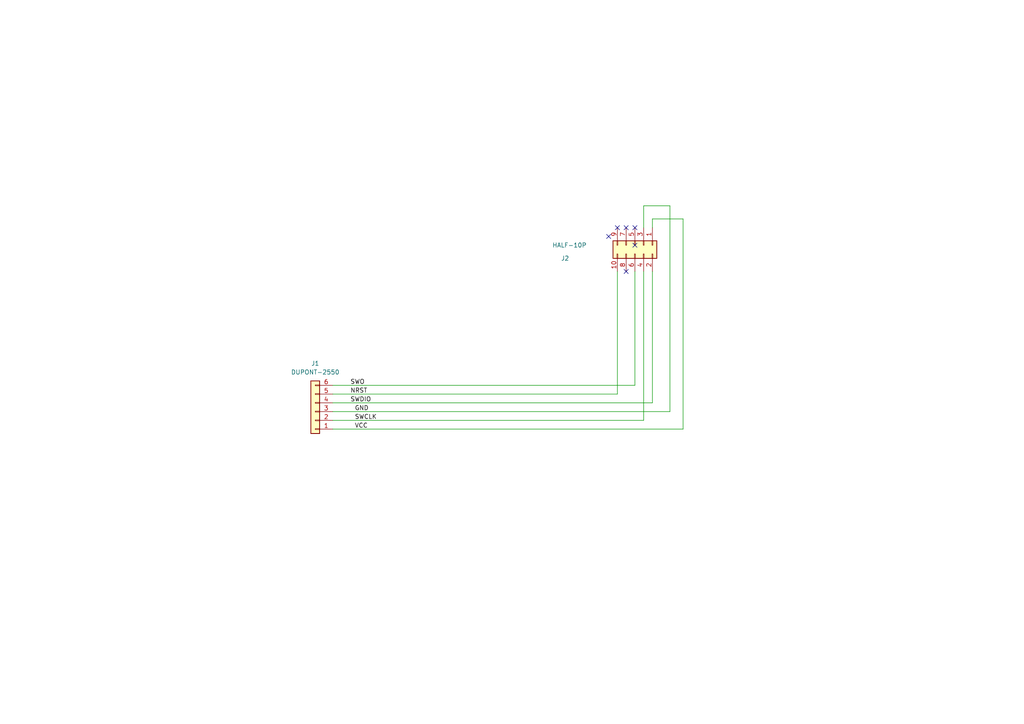
<source format=kicad_sch>
(kicad_sch (version 20211123) (generator eeschema)
  (paper "A4")
  (lib_symbols
    (symbol "Connector_Generic:Conn_01x06" (pin_names (offset 1.016) hide)
      (property "Reference" "J" (at 0 7.62 0))
      (property "Value" "Conn_01x06" (at 0 -10.16 0))
      (symbol "Conn_01x06_1_1"
        (rectangle (start -1.27 -7.493) (end 0 -7.747) (stroke (width 0.1524)))
        (rectangle (start -1.27 -4.953) (end 0 -5.207) (stroke (width 0.1524)))
        (rectangle (start -1.27 -2.413) (end 0 -2.667) (stroke (width 0.1524)))
        (rectangle (start -1.27 0.127) (end 0 -0.127) (stroke (width 0.1524)))
        (rectangle (start -1.27 2.667) (end 0 2.413) (stroke (width 0.1524)))
        (rectangle (start -1.27 5.207) (end 0 4.953) (stroke (width 0.1524)))
        (rectangle (start -1.27 6.35) (end 1.27 -8.89) (stroke (width 0.254)) (fill (type background)))
        (pin passive line (at -5.08 5.08 0) (length 3.81) (name "Pin_1") (number "1"))
        (pin passive line (at -5.08 2.54 0) (length 3.81) (name "Pin_2") (number "2"))
        (pin passive line (at -5.08 0 0) (length 3.81) (name "Pin_3") (number "3"))
        (pin passive line (at -5.08 -2.54 0) (length 3.81) (name "Pin_4") (number "4"))
        (pin passive line (at -5.08 -5.08 0) (length 3.81) (name "Pin_5") (number "5"))
        (pin passive line (at -5.08 -7.62 0) (length 3.81) (name "Pin_6") (number "6"))
      )
    )
    (symbol "Connector_Generic:Conn_02x05_Odd_Even" (pin_names (offset 1.016) hide)
      (property "Reference" "J" (at 1.27 7.62 0))
      (property "Value" "Conn_02x05_Odd_Even" (at 1.27 -7.62 0))
      (symbol "Conn_02x05_Odd_Even_1_1"
        (rectangle (start -1.27 -4.953) (end 0 -5.207) (stroke (width 0.1524)))
        (rectangle (start -1.27 -2.413) (end 0 -2.667) (stroke (width 0.1524)))
        (rectangle (start -1.27 0.127) (end 0 -0.127) (stroke (width 0.1524)))
        (rectangle (start -1.27 2.667) (end 0 2.413) (stroke (width 0.1524)))
        (rectangle (start -1.27 5.207) (end 0 4.953) (stroke (width 0.1524)))
        (rectangle (start -1.27 6.35) (end 3.81 -6.35) (stroke (width 0.254)) (fill (type background)))
        (rectangle (start 3.81 -4.953) (end 2.54 -5.207) (stroke (width 0.1524)))
        (rectangle (start 3.81 -2.413) (end 2.54 -2.667) (stroke (width 0.1524)))
        (rectangle (start 3.81 0.127) (end 2.54 -0.127) (stroke (width 0.1524)))
        (rectangle (start 3.81 2.667) (end 2.54 2.413) (stroke (width 0.1524)))
        (rectangle (start 3.81 5.207) (end 2.54 4.953) (stroke (width 0.1524)))
        (pin passive line (at -5.08 5.08 0) (length 3.81) (name "Pin_1") (number "1"))
        (pin passive line (at 7.62 -5.08 180) (length 3.81) (name "Pin_10") (number "10"))
        (pin passive line (at 7.62 5.08 180) (length 3.81) (name "Pin_2") (number "2"))
        (pin passive line (at -5.08 2.54 0) (length 3.81) (name "Pin_3") (number "3"))
        (pin passive line (at 7.62 2.54 180) (length 3.81) (name "Pin_4") (number "4"))
        (pin passive line (at -5.08 0 0) (length 3.81) (name "Pin_5") (number "5"))
        (pin passive line (at 7.62 0 180) (length 3.81) (name "Pin_6") (number "6"))
        (pin passive line (at -5.08 -2.54 0) (length 3.81) (name "Pin_7") (number "7"))
        (pin passive line (at 7.62 -2.54 180) (length 3.81) (name "Pin_8") (number "8"))
        (pin passive line (at -5.08 -5.08 0) (length 3.81) (name "Pin_9") (number "9"))
      )
    )
  )
  (no_connect (at 181.61 66.04))
  (no_connect (at 179.07 66.04))
  (no_connect (at 184.15 66.04))
  (no_connect (at 181.61 78.74))
  (no_connect (at 184.15 71.12))
  (no_connect (at 176.53 68.58))
  (wire (pts (xy 96.52 114.3) (xy 179.07 114.3)))
  (wire (pts (xy 96.52 111.76) (xy 184.15 111.76)))
  (wire (pts (xy 96.52 121.92) (xy 186.69 121.92)))
  (wire (pts (xy 189.23 116.84) (xy 96.52 116.84)))
  (wire (pts (xy 96.52 119.38) (xy 194.31 119.38)))
  (wire (pts (xy 194.31 119.38) (xy 194.31 59.69)))
  (wire (pts (xy 198.12 63.5) (xy 198.12 124.46)))
  (wire (pts (xy 184.15 111.76) (xy 184.15 78.74)))
  (wire (pts (xy 186.69 59.69) (xy 186.69 66.04)))
  (wire (pts (xy 194.31 59.69) (xy 186.69 59.69)))
  (wire (pts (xy 189.23 78.74) (xy 189.23 116.84)))
  (wire (pts (xy 189.23 66.04) (xy 189.23 63.5)))
  (wire (pts (xy 186.69 121.92) (xy 186.69 78.74)))
  (wire (pts (xy 189.23 63.5) (xy 198.12 63.5)))
  (wire (pts (xy 179.07 114.3) (xy 179.07 78.74)))
  (wire (pts (xy 198.12 124.46) (xy 96.52 124.46)))
  (label "NRST" (at 101.6 114.3 0))
  (label "SWDIO" (at 101.6 116.84 0))
  (label "SWO" (at 101.6 111.76 0))
  (label "GND" (at 102.87 119.38 0))
  (label "SWCLK" (at 102.87 121.92 0))
  (label "VCC" (at 102.87 124.46 0))
  (symbol (lib_id "Connector_Generic:Conn_01x06") (at 91.44 119.38 180) (unit 1)
    (property "Reference" "J1" (at 91.44 105.41 0))
    (property "Value" "DUPONT-2550" (at 91.44 107.95 0))
  )
  (symbol (lib_id "Connector_Generic:Conn_02x05_Odd_Even") (at 184.15 71.12 270) (unit 1)
    (property "Reference" "J2" (at 165.1 74.93 90) (effects (justify right)))
    (property "Value" "HALF-10P" (at 170.18 71.12 90) (effects (justify right)))
  )
)
</source>
